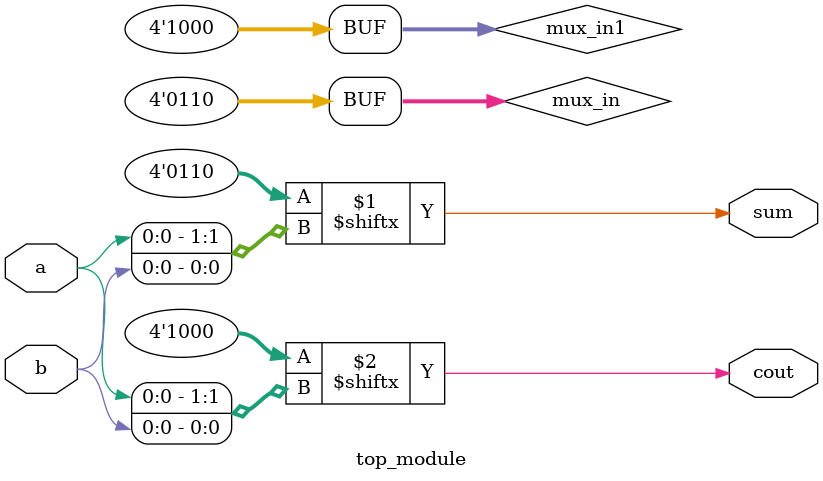
<source format=v>
/*Create a half adder. A half adder adds two bits (with no carry-in) and produces a sum and carry-out*/
module top_module( 
    input a, b,
    output cout, sum );
  /*  and(cout,a,b);
    xor(sum,a,b);*/
    //using mux
    wire [3:0]mux_in;
    wire [3:0]mux_in1;
    assign mux_in = 4'b0110;
    assign sum = mux_in[{a,b}];//mux_in[{A,B}] uses that 2-bit number as an index to “pick” the corresponding bit (0, 1, 2, or 3) from the wire/vector.
    assign mux_in1 = 4'b1000;
    assign cout = mux_in1[{a,b}];
    
     
endmodule

</source>
